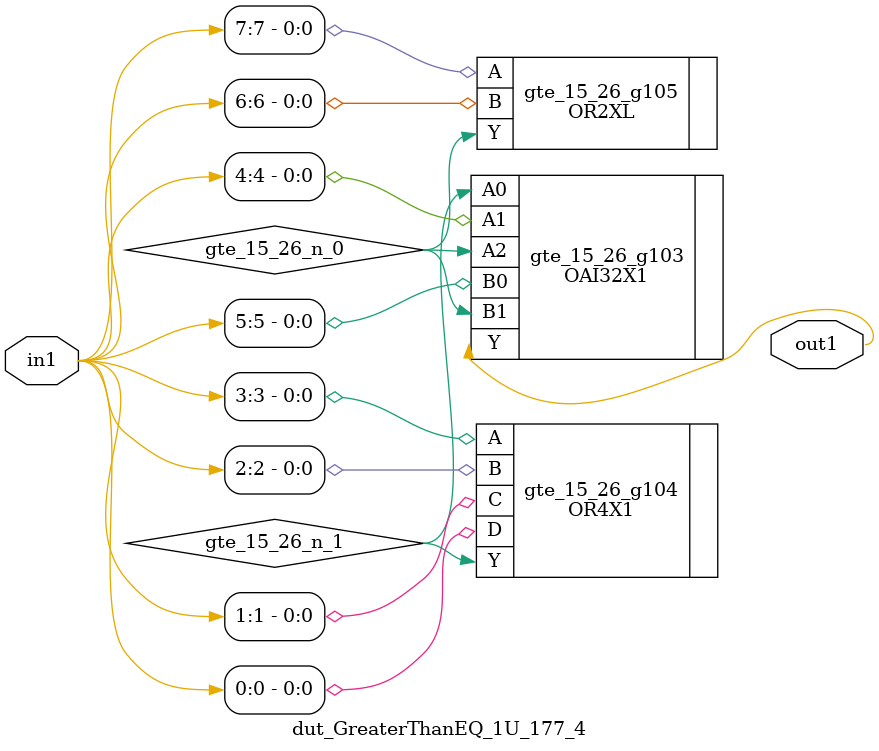
<source format=v>
`timescale 1ps / 1ps


module dut_GreaterThanEQ_1U_177_4(in1, out1);
  input [7:0] in1;
  output out1;
  wire [7:0] in1;
  wire out1;
  wire gte_15_26_n_0, gte_15_26_n_1;
  OAI32X1 gte_15_26_g103(.A0 (gte_15_26_n_1), .A1 (in1[4]), .A2
       (gte_15_26_n_0), .B0 (in1[5]), .B1 (gte_15_26_n_0), .Y (out1));
  OR4X1 gte_15_26_g104(.A (in1[3]), .B (in1[2]), .C (in1[1]), .D
       (in1[0]), .Y (gte_15_26_n_1));
  OR2XL gte_15_26_g105(.A (in1[7]), .B (in1[6]), .Y (gte_15_26_n_0));
endmodule



</source>
